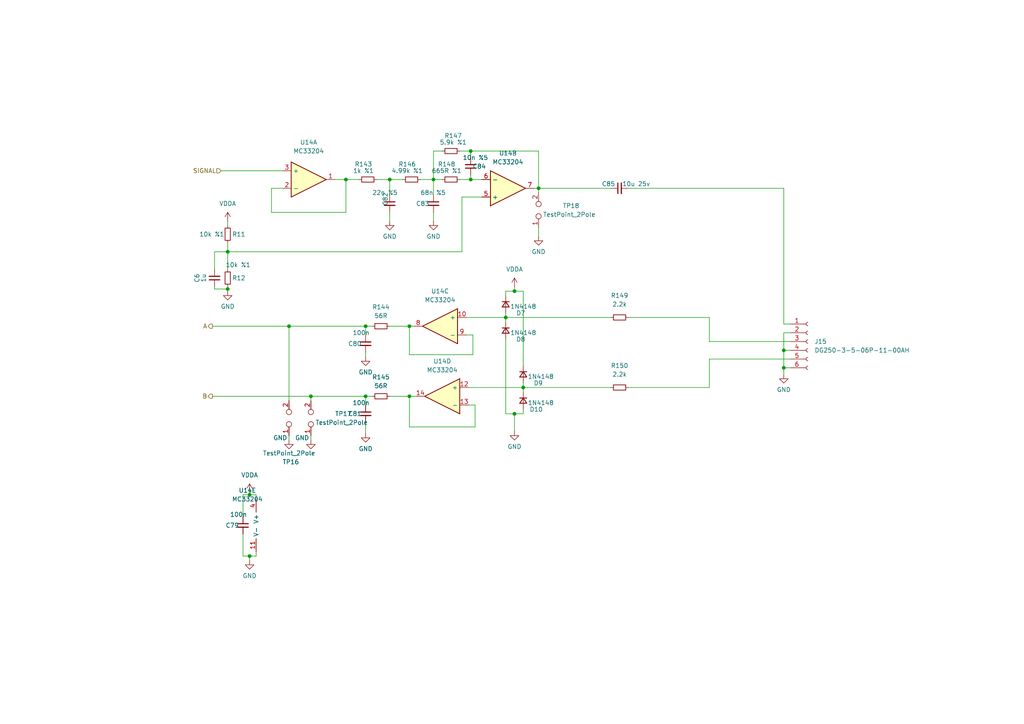
<source format=kicad_sch>
(kicad_sch (version 20211123) (generator eeschema)
  (paper "A4")
  (lib_symbols
    (symbol "Connector:Conn_01x06_Female" (pin_names (offset 1.016) hide)
      (property "Reference" "J" (at 0 7.62 0))
      (property "Value" "Conn_01x06_Female" (at 0 -10.16 0))
      (symbol "Conn_01x06_Female_1_1"
        (arc (start 0 -7.112) (mid -0.508 -7.62) (end 0 -8.128) (stroke (width 0.1524)))
        (arc (start 0 -4.572) (mid -0.508 -5.08) (end 0 -5.588) (stroke (width 0.1524)))
        (arc (start 0 -2.032) (mid -0.508 -2.54) (end 0 -3.048) (stroke (width 0.1524)))
        (polyline (pts (xy -1.27 -7.62) (xy -0.508 -7.62)) (stroke (width 0.1524)))
        (polyline (pts (xy -1.27 -5.08) (xy -0.508 -5.08)) (stroke (width 0.1524)))
        (polyline (pts (xy -1.27 -2.54) (xy -0.508 -2.54)) (stroke (width 0.1524)))
        (polyline (pts (xy -1.27 0) (xy -0.508 0)) (stroke (width 0.1524)))
        (polyline (pts (xy -1.27 2.54) (xy -0.508 2.54)) (stroke (width 0.1524)))
        (polyline (pts (xy -1.27 5.08) (xy -0.508 5.08)) (stroke (width 0.1524)))
        (arc (start 0 0.508) (mid -0.508 0) (end 0 -0.508) (stroke (width 0.1524)))
        (arc (start 0 3.048) (mid -0.508 2.54) (end 0 2.032) (stroke (width 0.1524)))
        (arc (start 0 5.588) (mid -0.508 5.08) (end 0 4.572) (stroke (width 0.1524)))
        (pin passive line (at -5.08 5.08 0) (length 3.81) (name "Pin_1") (number "1"))
        (pin passive line (at -5.08 2.54 0) (length 3.81) (name "Pin_2") (number "2"))
        (pin passive line (at -5.08 0 0) (length 3.81) (name "Pin_3") (number "3"))
        (pin passive line (at -5.08 -2.54 0) (length 3.81) (name "Pin_4") (number "4"))
        (pin passive line (at -5.08 -5.08 0) (length 3.81) (name "Pin_5") (number "5"))
        (pin passive line (at -5.08 -7.62 0) (length 3.81) (name "Pin_6") (number "6"))
      )
    )
    (symbol "Connector:TestPoint_2Pole" (pin_names (offset 0.762) hide)
      (property "Reference" "TP" (at 0 1.524 0))
      (property "Value" "TestPoint_2Pole" (at 0 -1.778 0))
      (symbol "TestPoint_2Pole_0_1"
        (circle (center -1.778 0) (radius 0.762))
        (circle (center 1.778 0) (radius 0.762))
        (pin passive line (at -5.08 0 0) (length 2.54) (name "1") (number "1"))
        (pin passive line (at 5.08 0 180) (length 2.54) (name "2") (number "2"))
      )
    )
    (symbol "Device:C_Small" (pin_numbers hide) (pin_names (offset 0.254) hide)
      (property "Reference" "C" (at 0.254 1.778 0))
      (property "Value" "C_Small" (at 0.254 -2.032 0))
      (symbol "C_Small_0_1"
        (polyline (pts (xy -1.524 -0.508) (xy 1.524 -0.508)) (stroke (width 0.3302)))
        (polyline (pts (xy -1.524 0.508) (xy 1.524 0.508)) (stroke (width 0.3048)))
      )
      (symbol "C_Small_1_1"
        (pin passive line (at 0 2.54 270) (length 2.032) (name "~") (number "1"))
        (pin passive line (at 0 -2.54 90) (length 2.032) (name "~") (number "2"))
      )
    )
    (symbol "Device:D_Small" (pin_numbers hide) (pin_names (offset 0.254) hide)
      (property "Reference" "D" (at -1.27 2.032 0))
      (property "Value" "D_Small" (at -3.81 -2.032 0))
      (symbol "D_Small_0_1"
        (polyline (pts (xy -0.762 -1.016) (xy -0.762 1.016)) (stroke (width 0.254)))
        (polyline (pts (xy -0.762 0) (xy 0.762 0)))
        (polyline (pts (xy 0.762 -1.016) (xy -0.762 0) (xy 0.762 1.016) (xy 0.762 -1.016)) (stroke (width 0.254)))
      )
      (symbol "D_Small_1_1"
        (pin passive line (at -2.54 0 0) (length 1.778) (name "K") (number "1"))
        (pin passive line (at 2.54 0 180) (length 1.778) (name "A") (number "2"))
      )
    )
    (symbol "Device:Opamp_Quad"
      (property "Reference" "U" (at 0 5.08 0))
      (property "Value" "Opamp_Quad" (at 0 -5.08 0))
      (symbol "Opamp_Quad_1_1"
        (polyline (pts (xy -5.08 5.08) (xy 5.08 0) (xy -5.08 -5.08) (xy -5.08 5.08)) (stroke (width 0.254)) (fill (type background)))
        (pin output line (at 7.62 0 180) (length 2.54) (name "~") (number "1"))
        (pin input line (at -7.62 -2.54 0) (length 2.54) (name "-") (number "2"))
        (pin input line (at -7.62 2.54 0) (length 2.54) (name "+") (number "3"))
      )
      (symbol "Opamp_Quad_2_1"
        (polyline (pts (xy -5.08 5.08) (xy 5.08 0) (xy -5.08 -5.08) (xy -5.08 5.08)) (stroke (width 0.254)) (fill (type background)))
        (pin input line (at -7.62 2.54 0) (length 2.54) (name "+") (number "5"))
        (pin input line (at -7.62 -2.54 0) (length 2.54) (name "-") (number "6"))
        (pin output line (at 7.62 0 180) (length 2.54) (name "~") (number "7"))
      )
      (symbol "Opamp_Quad_3_1"
        (polyline (pts (xy -5.08 5.08) (xy 5.08 0) (xy -5.08 -5.08) (xy -5.08 5.08)) (stroke (width 0.254)) (fill (type background)))
        (pin input line (at -7.62 2.54 0) (length 2.54) (name "+") (number "10"))
        (pin output line (at 7.62 0 180) (length 2.54) (name "~") (number "8"))
        (pin input line (at -7.62 -2.54 0) (length 2.54) (name "-") (number "9"))
      )
      (symbol "Opamp_Quad_4_1"
        (polyline (pts (xy -5.08 5.08) (xy 5.08 0) (xy -5.08 -5.08) (xy -5.08 5.08)) (stroke (width 0.254)) (fill (type background)))
        (pin input line (at -7.62 2.54 0) (length 2.54) (name "+") (number "12"))
        (pin input line (at -7.62 -2.54 0) (length 2.54) (name "-") (number "13"))
        (pin output line (at 7.62 0 180) (length 2.54) (name "~") (number "14"))
      )
      (symbol "Opamp_Quad_5_1"
        (pin power_in line (at -2.54 -7.62 90) (length 3.81) (name "V-") (number "11"))
        (pin power_in line (at -2.54 7.62 270) (length 3.81) (name "V+") (number "4"))
      )
    )
    (symbol "Device:R_Small" (pin_numbers hide) (pin_names (offset 0.254) hide)
      (property "Reference" "R" (at 0.762 0.508 0))
      (property "Value" "R_Small" (at 0.762 -1.016 0))
      (symbol "R_Small_0_1"
        (rectangle (start -0.762 1.778) (end 0.762 -1.778) (stroke (width 0.2032)))
      )
      (symbol "R_Small_1_1"
        (pin passive line (at 0 2.54 270) (length 0.762) (name "~") (number "1"))
        (pin passive line (at 0 -2.54 90) (length 0.762) (name "~") (number "2"))
      )
    )
    (symbol "power:GND" (power) (pin_names (offset 0))
      (property "Value" "GND" (at 0 -3.81 0))
      (symbol "GND_0_1"
        (polyline (pts (xy 0 0) (xy 0 -1.27) (xy 1.27 -1.27) (xy 0 -2.54) (xy -1.27 -1.27) (xy 0 -1.27)))
      )
      (symbol "GND_1_1"
        (pin power_in line (at 0 0 270) (length 0) hide (name "GND") (number "1"))
      )
    )
    (symbol "power:VDDA" (power) (pin_names (offset 0))
      (property "Value" "VDDA" (at 0 3.81 0))
      (symbol "VDDA_0_1"
        (polyline (pts (xy -0.762 1.27) (xy 0 2.54)))
        (polyline (pts (xy 0 0) (xy 0 2.54)))
        (polyline (pts (xy 0 2.54) (xy 0.762 1.27)))
      )
      (symbol "VDDA_1_1"
        (pin power_in line (at 0 0 90) (length 0) hide (name "VDDA") (number "1"))
      )
    )
  )
  (junction (at 149.225 120.015))
  (junction (at 83.82 94.615))
  (junction (at 66.04 83.82))
  (junction (at 136.525 52.07))
  (junction (at 113.03 52.07))
  (junction (at 136.525 43.815))
  (junction (at 106.045 114.935))
  (junction (at 90.17 114.935))
  (junction (at 66.04 73.025))
  (junction (at 151.765 112.395))
  (junction (at 227.33 101.6))
  (junction (at 156.21 54.61))
  (junction (at 146.685 92.075))
  (junction (at 72.39 161.29))
  (junction (at 125.73 52.07))
  (junction (at 100.33 52.07))
  (junction (at 118.745 94.615))
  (junction (at 106.045 94.615))
  (junction (at 149.225 84.455))
  (junction (at 227.33 106.68))
  (junction (at 118.745 114.935))
  (junction (at 72.39 143.51))
  (wire (pts (xy 66.04 73.025) (xy 66.04 78.105)))
  (wire (pts (xy 72.39 142.875) (xy 72.39 143.51)))
  (wire (pts (xy 70.485 161.29) (xy 72.39 161.29)))
  (wire (pts (xy 62.23 78.105) (xy 62.23 73.025)))
  (wire (pts (xy 156.21 54.61) (xy 154.94 54.61)))
  (wire (pts (xy 118.745 102.87) (xy 137.16 102.87)))
  (wire (pts (xy 151.765 111.125) (xy 151.765 112.395)))
  (wire (pts (xy 113.03 94.615) (xy 118.745 94.615)))
  (wire (pts (xy 106.045 122.555) (xy 106.045 125.73)))
  (wire (pts (xy 66.04 83.185) (xy 66.04 83.82)))
  (wire (pts (xy 149.225 84.455) (xy 146.685 84.455)))
  (wire (pts (xy 137.795 117.475) (xy 135.89 117.475)))
  (wire (pts (xy 72.39 161.29) (xy 74.295 161.29)))
  (wire (pts (xy 100.33 52.07) (xy 104.14 52.07)))
  (wire (pts (xy 182.245 54.61) (xy 227.33 54.61)))
  (wire (pts (xy 66.04 83.82) (xy 66.04 84.455)))
  (wire (pts (xy 128.27 43.815) (xy 125.73 43.815)))
  (wire (pts (xy 146.685 84.455) (xy 146.685 85.725)))
  (wire (pts (xy 125.73 43.815) (xy 125.73 52.07)))
  (wire (pts (xy 66.04 65.405) (xy 66.04 64.135)))
  (wire (pts (xy 72.39 161.29) (xy 72.39 162.56)))
  (wire (pts (xy 90.17 126.365) (xy 90.17 127.635)))
  (wire (pts (xy 113.03 114.935) (xy 118.745 114.935)))
  (wire (pts (xy 118.745 123.825) (xy 137.795 123.825)))
  (wire (pts (xy 136.525 50.8) (xy 136.525 52.07)))
  (wire (pts (xy 146.685 98.425) (xy 146.685 120.015)))
  (wire (pts (xy 118.745 94.615) (xy 118.745 102.87)))
  (wire (pts (xy 137.16 102.87) (xy 137.16 97.155)))
  (wire (pts (xy 227.33 93.98) (xy 229.235 93.98)))
  (wire (pts (xy 106.045 94.615) (xy 83.82 94.615)))
  (wire (pts (xy 137.795 123.825) (xy 137.795 117.475)))
  (wire (pts (xy 136.525 43.815) (xy 156.21 43.815)))
  (wire (pts (xy 97.155 52.07) (xy 100.33 52.07)))
  (wire (pts (xy 136.525 43.815) (xy 136.525 45.72)))
  (wire (pts (xy 62.23 83.82) (xy 66.04 83.82)))
  (wire (pts (xy 78.74 61.595) (xy 100.33 61.595)))
  (wire (pts (xy 74.295 161.29) (xy 74.295 160.02)))
  (wire (pts (xy 227.33 101.6) (xy 227.33 106.68)))
  (wire (pts (xy 146.685 92.075) (xy 177.165 92.075)))
  (wire (pts (xy 83.82 94.615) (xy 83.82 116.205)))
  (wire (pts (xy 107.95 94.615) (xy 106.045 94.615)))
  (wire (pts (xy 74.295 143.51) (xy 74.295 144.78)))
  (wire (pts (xy 66.04 70.485) (xy 66.04 73.025)))
  (wire (pts (xy 125.73 61.595) (xy 125.73 64.135)))
  (wire (pts (xy 81.915 54.61) (xy 78.74 54.61)))
  (wire (pts (xy 182.245 92.075) (xy 205.74 92.075)))
  (wire (pts (xy 227.33 54.61) (xy 227.33 93.98)))
  (wire (pts (xy 109.22 52.07) (xy 113.03 52.07)))
  (wire (pts (xy 135.89 112.395) (xy 151.765 112.395)))
  (wire (pts (xy 205.74 92.075) (xy 205.74 99.06)))
  (wire (pts (xy 107.95 114.935) (xy 106.045 114.935)))
  (wire (pts (xy 205.74 99.06) (xy 229.235 99.06)))
  (wire (pts (xy 227.33 106.68) (xy 229.235 106.68)))
  (wire (pts (xy 135.255 92.075) (xy 146.685 92.075)))
  (wire (pts (xy 61.595 114.935) (xy 90.17 114.935)))
  (wire (pts (xy 83.82 94.615) (xy 61.595 94.615)))
  (wire (pts (xy 133.985 57.15) (xy 139.7 57.15)))
  (wire (pts (xy 90.17 114.935) (xy 90.17 116.205)))
  (wire (pts (xy 229.235 96.52) (xy 227.33 96.52)))
  (wire (pts (xy 78.74 54.61) (xy 78.74 61.595)))
  (wire (pts (xy 62.23 73.025) (xy 66.04 73.025)))
  (wire (pts (xy 106.045 114.935) (xy 106.045 117.475)))
  (wire (pts (xy 182.245 112.395) (xy 205.74 112.395)))
  (wire (pts (xy 118.745 114.935) (xy 118.745 123.825)))
  (wire (pts (xy 113.03 52.07) (xy 116.84 52.07)))
  (wire (pts (xy 149.225 120.015) (xy 151.765 120.015)))
  (wire (pts (xy 156.21 54.61) (xy 156.21 55.88)))
  (wire (pts (xy 151.765 84.455) (xy 149.225 84.455)))
  (wire (pts (xy 113.03 52.07) (xy 113.03 56.515)))
  (wire (pts (xy 121.92 52.07) (xy 125.73 52.07)))
  (wire (pts (xy 64.135 49.53) (xy 81.915 49.53)))
  (wire (pts (xy 133.35 52.07) (xy 136.525 52.07)))
  (wire (pts (xy 118.745 114.935) (xy 120.65 114.935)))
  (wire (pts (xy 125.73 52.07) (xy 125.73 56.515)))
  (wire (pts (xy 205.74 104.14) (xy 229.235 104.14)))
  (wire (pts (xy 70.485 149.86) (xy 70.485 143.51)))
  (wire (pts (xy 133.985 73.025) (xy 133.985 57.15)))
  (wire (pts (xy 156.21 66.04) (xy 156.21 68.58)))
  (wire (pts (xy 149.225 120.015) (xy 149.225 125.095)))
  (wire (pts (xy 100.33 52.07) (xy 100.33 61.595)))
  (wire (pts (xy 62.23 83.185) (xy 62.23 83.82)))
  (wire (pts (xy 113.03 61.595) (xy 113.03 64.135)))
  (wire (pts (xy 146.685 92.075) (xy 146.685 93.345)))
  (wire (pts (xy 133.35 43.815) (xy 136.525 43.815)))
  (wire (pts (xy 146.685 120.015) (xy 149.225 120.015)))
  (wire (pts (xy 83.82 126.365) (xy 83.82 127.635)))
  (wire (pts (xy 156.21 43.815) (xy 156.21 54.61)))
  (wire (pts (xy 156.21 54.61) (xy 177.165 54.61)))
  (wire (pts (xy 125.73 52.07) (xy 128.27 52.07)))
  (wire (pts (xy 72.39 143.51) (xy 74.295 143.51)))
  (wire (pts (xy 205.74 112.395) (xy 205.74 104.14)))
  (wire (pts (xy 151.765 106.045) (xy 151.765 84.455)))
  (wire (pts (xy 106.045 102.235) (xy 106.045 103.505)))
  (wire (pts (xy 118.745 94.615) (xy 120.015 94.615)))
  (wire (pts (xy 136.525 52.07) (xy 139.7 52.07)))
  (wire (pts (xy 151.765 112.395) (xy 151.765 113.665)))
  (wire (pts (xy 90.17 114.935) (xy 106.045 114.935)))
  (wire (pts (xy 70.485 154.94) (xy 70.485 161.29)))
  (wire (pts (xy 227.33 101.6) (xy 229.235 101.6)))
  (wire (pts (xy 149.225 83.185) (xy 149.225 84.455)))
  (wire (pts (xy 227.33 96.52) (xy 227.33 101.6)))
  (wire (pts (xy 106.045 94.615) (xy 106.045 97.155)))
  (wire (pts (xy 227.33 106.68) (xy 227.33 108.585)))
  (wire (pts (xy 70.485 143.51) (xy 72.39 143.51)))
  (wire (pts (xy 146.685 90.805) (xy 146.685 92.075)))
  (wire (pts (xy 137.16 97.155) (xy 135.255 97.155)))
  (wire (pts (xy 66.04 73.025) (xy 133.985 73.025)))
  (wire (pts (xy 151.765 120.015) (xy 151.765 118.745)))
  (wire (pts (xy 151.765 112.395) (xy 177.165 112.395)))
  (hierarchical_label "A" (shape output) (at 61.595 94.615 180))
  (hierarchical_label "B" (shape output) (at 61.595 114.935 180))
  (hierarchical_label "SIGNAL" (shape input) (at 64.135 49.53 180))
  (symbol (lib_id "power:GND") (at 72.39 162.56 0) (unit 1)
    (property "Reference" "#PWR0132" (effects hide))
    (property "Value" "GND" (at 72.39 167.005 0))
  )
  (symbol (lib_id "power:GND") (at 125.73 64.135 0) (unit 1)
    (property "Reference" "#PWR0138" (effects hide))
    (property "Value" "GND" (at 125.73 68.58 0))
  )
  (symbol (lib_id "Device:D_Small") (at 146.685 88.265 270) (unit 1)
    (property "Reference" "D7" (at 152.4 90.805 90) (effects (justify right)))
    (property "Value" "1N4148" (at 155.575 88.9 90) (effects (justify right)))
    (property "Footprint" "Diode_SMD:D_SOD-123" (effects hide))
    (property "Link" "https://ozdisan.com/power-semiconductors/diodes-diode-modules-and-rectifiers/general-purpose-diodes/1N4148W-HT" (effects hide))
    (property "Price" "0.01562" (effects hide))
  )
  (symbol (lib_id "power:VDDA") (at 72.39 142.875 0) (unit 1)
    (property "Reference" "#PWR0131" (effects hide))
    (property "Value" "VDDA" (at 72.39 137.795 0))
  )
  (symbol (lib_id "power:VDDA") (at 149.225 83.185 0) (unit 1)
    (property "Reference" "#PWR0139" (effects hide))
    (property "Value" "VDDA" (at 149.225 78.105 0))
  )
  (symbol (lib_id "Device:R_Small") (at 106.68 52.07 90) (unit 1)
    (property "Reference" "R143" (at 105.41 47.625 90))
    (property "Value" "1k %1" (at 105.41 49.53 90))
    (property "Footprint" "Resistor_SMD:R_0603_1608Metric_Pad0.98x0.95mm_HandSolder" (effects hide))
    (property "Link" "https://ozdisan.com/passive-components/resistors/smt-smd-and-chip-resistors/0603SAF1001T5E" (effects hide))
    (property "Price" "0.00221" (effects hide))
  )
  (symbol (lib_id "Connector:TestPoint_2Pole") (at 90.17 121.285 90) (unit 1)
    (property "Reference" "TP17" (at 97.155 120.015 90) (effects (justify right)))
    (property "Value" "TestPoint_2Pole" (at 91.44 122.555 90) (effects (justify right)))
    (property "Footprint" "Connector_PinHeader_2.54mm:PinHeader_1x02_P2.54mm_Vertical" (effects hide))
    (property "Link" "https://ozdisan.com/connectors-and-interconnects/headers/pin-headers/L-KLS1-207-1-02-S" (effects hide))
    (property "Price" "0.1293" (effects hide))
  )
  (symbol (lib_id "power:GND") (at 227.33 108.585 0) (unit 1)
    (property "Reference" "#PWR0142" (effects hide))
    (property "Value" "GND" (at 227.33 113.03 0))
  )
  (symbol (lib_id "Device:Opamp_Quad") (at 147.32 54.61 0) (mirror x) (unit 2)
    (property "Reference" "U14" (at 147.32 44.45 0))
    (property "Value" "MC33204" (at 147.32 46.99 0))
    (property "Footprint" "Package_SO:SOIC-14_3.9x8.7mm_P1.27mm" (effects hide))
    (property "Link" "https://ozdisan.com/integrated-circuits-ics/linear-ics/amplifiers/MC33204DR2G" (effects hide))
    (property "Price" "1.34167" (effects hide))
  )
  (symbol (lib_id "Device:C_Small") (at 136.525 48.26 180) (unit 1)
    (property "Reference" "C84" (at 140.97 48.26 0) (effects (justify left)))
    (property "Value" "10n %5" (at 141.605 45.72 0) (effects (justify left)))
    (property "Footprint" "Capacitor_SMD:C_0603_1608Metric_Pad1.08x0.95mm_HandSolder" (effects hide))
    (property "Link" "https://ozdisan.com/passive-components/capacitors/smt-smd-and-mlcc-capacitors/GRM1885C1H103JA01D" (effects hide))
    (property "Price" "0.04050" (effects hide))
  )
  (symbol (lib_id "Device:Opamp_Quad") (at 127.635 94.615 0) (mirror y) (unit 3)
    (property "Reference" "U14" (at 127.635 84.455 0))
    (property "Value" "MC33204" (at 127.635 86.995 0))
    (property "Footprint" "Package_SO:SOIC-14_3.9x8.7mm_P1.27mm" (effects hide))
    (property "Link" "https://ozdisan.com/integrated-circuits-ics/linear-ics/amplifiers/MC33204DR2G" (effects hide))
    (property "Price" "1.34167" (effects hide))
  )
  (symbol (lib_id "power:GND") (at 113.03 64.135 0) (unit 1)
    (property "Reference" "#PWR0137" (effects hide))
    (property "Value" "GND" (at 113.03 68.58 0))
  )
  (symbol (lib_id "Connector:TestPoint_2Pole") (at 156.21 60.96 90) (unit 1)
    (property "Reference" "TP18" (at 163.195 59.69 90) (effects (justify right)))
    (property "Value" "TestPoint_2Pole" (at 157.48 62.23 90) (effects (justify right)))
    (property "Footprint" "Connector_PinHeader_2.54mm:PinHeader_1x02_P2.54mm_Vertical" (effects hide))
    (property "Link" "https://ozdisan.com/connectors-and-interconnects/headers/pin-headers/L-KLS1-207-1-02-S" (effects hide))
    (property "Price" "0.1293" (effects hide))
  )
  (symbol (lib_id "Connector:Conn_01x06_Female") (at 234.315 99.06 0) (unit 1)
    (property "Reference" "J15" (at 236.22 99.0599 0) (effects (justify left)))
    (property "Value" "DG250-3-5-06P-11-00AH" (at 236.22 101.5999 0) (effects (justify left)))
    (property "Footprint" "conn:DG250-3-5-06P-11-00AH" (effects hide))
    (property "Link" "https://ozdisan.com/connectors-and-interconnects/terminal-blocks/pcb-terminal-blocks/DG250-3-5-06P-11-00AH" (effects hide))
    (property "Price" "0.28808" (effects hide))
  )
  (symbol (lib_id "Device:C_Small") (at 179.705 54.61 90) (unit 1)
    (property "Reference" "C85" (at 178.435 53.34 90) (effects (justify left)))
    (property "Value" "10u 25v" (at 188.595 53.34 90) (effects (justify left)))
    (property "Footprint" "Capacitor_SMD:C_0805_2012Metric_Pad1.18x1.45mm_HandSolder" (effects hide))
    (property "Link" "https://ozdisan.com/passive-components/capacitors/smt-smd-and-mlcc-capacitors/CL21A106KAYNNNE" (effects hide))
    (property "Price" "0.04807" (effects hide))
  )
  (symbol (lib_id "Device:C_Small") (at 106.045 99.695 0) (unit 1)
    (property "Reference" "C80" (at 100.965 99.695 0) (effects (justify left)))
    (property "Value" "100n" (at 102.235 96.52 0) (effects (justify left)))
    (property "Footprint" "Capacitor_SMD:C_0603_1608Metric_Pad1.08x0.95mm_HandSolder" (effects hide))
    (property "Link" "https://ozdisan.com/passive-components/capacitors/smt-smd-and-mlcc-capacitors/CL10B104KB8NNNC" (effects hide))
    (property "Price" "0.00448" (effects hide))
  )
  (symbol (lib_id "power:GND") (at 106.045 103.505 0) (unit 1)
    (property "Reference" "#PWR0135" (effects hide))
    (property "Value" "GND" (at 106.045 107.95 0))
  )
  (symbol (lib_id "Device:R_Small") (at 66.04 67.945 0) (unit 1)
    (property "Reference" "R11" (at 67.31 67.945 0) (effects (justify left)))
    (property "Value" "10k %1" (at 57.785 67.945 0) (effects (justify left)))
    (property "Footprint" "Resistor_SMD:R_0603_1608Metric_Pad0.98x0.95mm_HandSolder" (effects hide))
    (property "Link" "https://ozdisan.com/passive-components/resistors/smt-smd-and-chip-resistors/0603SAF1002T5E" (effects hide))
    (property "Price" "0.00221" (effects hide))
  )
  (symbol (lib_id "Connector:TestPoint_2Pole") (at 83.82 121.285 90) (unit 1)
    (property "Reference" "TP16" (at 81.915 133.985 90) (effects (justify right)))
    (property "Value" "TestPoint_2Pole" (at 76.2 131.445 90) (effects (justify right)))
    (property "Footprint" "Connector_PinHeader_2.54mm:PinHeader_1x02_P2.54mm_Vertical" (effects hide))
    (property "Link" "https://ozdisan.com/connectors-and-interconnects/headers/pin-headers/L-KLS1-207-1-02-S" (effects hide))
    (property "Price" "0.1293" (effects hide))
  )
  (symbol (lib_id "Device:R_Small") (at 130.81 52.07 90) (unit 1)
    (property "Reference" "R148" (at 129.54 47.625 90))
    (property "Value" "665R %1" (at 129.54 49.53 90))
    (property "Footprint" "Resistor_SMD:R_0603_1608Metric_Pad0.98x0.95mm_HandSolder" (effects hide))
    (property "Link" "https://ozdisan.com/passive-components/resistors/smt-smd-and-chip-resistors/0603SAF6650T5E" (effects hide))
    (property "Price" "0.00221" (effects hide))
  )
  (symbol (lib_id "Device:R_Small") (at 179.705 92.075 90) (unit 1)
    (property "Reference" "R149" (at 179.705 85.725 90))
    (property "Value" "2.2k" (at 179.705 88.265 90))
    (property "Footprint" "Resistor_SMD:R_0603_1608Metric_Pad0.98x0.95mm_HandSolder" (effects hide))
    (property "Link" "https://ozdisan.com/passive-components/resistors/smt-smd-and-chip-resistors/0603SAF2201T5E" (effects hide))
    (property "Price" "0.00221" (effects hide))
  )
  (symbol (lib_id "Device:C_Small") (at 106.045 120.015 0) (unit 1)
    (property "Reference" "C81" (at 100.965 120.015 0) (effects (justify left)))
    (property "Value" "100n" (at 102.235 116.84 0) (effects (justify left)))
    (property "Footprint" "Capacitor_SMD:C_0603_1608Metric_Pad1.08x0.95mm_HandSolder" (effects hide))
    (property "Link" "https://ozdisan.com/passive-components/capacitors/smt-smd-and-mlcc-capacitors/CL10B104KB8NNNC" (effects hide))
    (property "Price" "0.00448" (effects hide))
  )
  (symbol (lib_id "power:GND") (at 156.21 68.58 0) (unit 1)
    (property "Reference" "#PWR0141" (effects hide))
    (property "Value" "GND" (at 156.21 73.025 0))
  )
  (symbol (lib_id "Device:Opamp_Quad") (at 89.535 52.07 0) (unit 1)
    (property "Reference" "U14" (at 89.535 41.275 0))
    (property "Value" "MC33204" (at 89.535 43.815 0))
    (property "Footprint" "Package_SO:SOIC-14_3.9x8.7mm_P1.27mm" (effects hide))
    (property "Link" "https://ozdisan.com/integrated-circuits-ics/linear-ics/amplifiers/MC33204DR2G" (effects hide))
    (property "Price" "1.34167" (effects hide))
  )
  (symbol (lib_id "Device:R_Small") (at 179.705 112.395 90) (unit 1)
    (property "Reference" "R150" (at 179.705 106.045 90))
    (property "Value" "2.2k" (at 179.705 108.585 90))
    (property "Footprint" "Resistor_SMD:R_0603_1608Metric_Pad0.98x0.95mm_HandSolder" (effects hide))
    (property "Link" "https://ozdisan.com/passive-components/resistors/smt-smd-and-chip-resistors/0603SAF2201T5E" (effects hide))
    (property "Price" "0.00221" (effects hide))
  )
  (symbol (lib_id "power:GND") (at 106.045 125.73 0) (unit 1)
    (property "Reference" "#PWR0136" (effects hide))
    (property "Value" "GND" (at 106.045 130.175 0))
  )
  (symbol (lib_id "Device:D_Small") (at 151.765 108.585 270) (unit 1)
    (property "Reference" "D9" (at 157.48 111.125 90) (effects (justify right)))
    (property "Value" "1N4148" (at 160.655 109.22 90) (effects (justify right)))
    (property "Footprint" "Diode_SMD:D_SOD-123" (effects hide))
    (property "Link" "https://ozdisan.com/power-semiconductors/diodes-diode-modules-and-rectifiers/general-purpose-diodes/1N4148W-HT" (effects hide))
    (property "Price" "0.01562" (effects hide))
  )
  (symbol (lib_id "Device:R_Small") (at 110.49 94.615 270) (unit 1)
    (property "Reference" "R144" (at 110.49 89.0601 90))
    (property "Value" "56R" (at 110.49 91.6001 90))
    (property "Footprint" "Resistor_SMD:R_0603_1608Metric_Pad0.98x0.95mm_HandSolder" (effects hide))
    (property "Link" "https://ozdisan.com/passive-components/resistors/smt-smd-and-chip-resistors/0603SAF560JT5E" (effects hide))
    (property "Price" "0.00221" (effects hide))
  )
  (symbol (lib_id "Device:D_Small") (at 151.765 116.205 270) (unit 1)
    (property "Reference" "D10" (at 157.48 118.745 90) (effects (justify right)))
    (property "Value" "1N4148" (at 160.655 116.84 90) (effects (justify right)))
    (property "Footprint" "Diode_SMD:D_SOD-123" (effects hide))
    (property "Link" "https://ozdisan.com/power-semiconductors/diodes-diode-modules-and-rectifiers/general-purpose-diodes/1N4148W-HT" (effects hide))
    (property "Price" "0.01562" (effects hide))
  )
  (symbol (lib_id "Device:R_Small") (at 66.04 80.645 0) (unit 1)
    (property "Reference" "R12" (at 67.31 80.645 0) (effects (justify left)))
    (property "Value" "10k %1" (at 65.405 76.835 0) (effects (justify left)))
    (property "Footprint" "Resistor_SMD:R_0603_1608Metric_Pad0.98x0.95mm_HandSolder" (effects hide))
    (property "Link" "https://ozdisan.com/passive-components/resistors/smt-smd-and-chip-resistors/0603SAF1002T5E" (effects hide))
    (property "Price" "0.00221" (effects hide))
  )
  (symbol (lib_id "power:GND") (at 83.82 127.635 0) (unit 1)
    (property "Reference" "#PWR0133" (effects hide))
    (property "Value" "GND" (at 81.28 127 0))
  )
  (symbol (lib_id "Device:Opamp_Quad") (at 128.27 114.935 0) (mirror y) (unit 4)
    (property "Reference" "U14" (at 128.27 104.775 0))
    (property "Value" "MC33204" (at 128.27 107.315 0))
    (property "Footprint" "Package_SO:SOIC-14_3.9x8.7mm_P1.27mm" (effects hide))
    (property "Link" "https://ozdisan.com/integrated-circuits-ics/linear-ics/amplifiers/MC33204DR2G" (effects hide))
    (property "Price" "1.34167" (effects hide))
  )
  (symbol (lib_id "power:GND") (at 149.225 125.095 0) (unit 1)
    (property "Reference" "#PWR0140" (effects hide))
    (property "Value" "GND" (at 149.225 129.54 0))
  )
  (symbol (lib_id "Device:R_Small") (at 130.81 43.815 90) (unit 1)
    (property "Reference" "R147" (at 131.445 39.37 90))
    (property "Value" "5.9k %1" (at 131.445 41.275 90))
    (property "Footprint" "Resistor_SMD:R_0805_2012Metric_Pad1.20x1.40mm_HandSolder" (effects hide))
    (property "Link" "https://ozdisan.com/passive-components/resistors/smt-smd-and-chip-resistors/0805S8F5901T5E" (effects hide))
    (property "Price" "0.00377" (effects hide))
  )
  (symbol (lib_id "Device:Opamp_Quad") (at 71.755 152.4 0) (mirror y) (unit 5)
    (property "Reference" "U14" (at 71.755 142.24 0))
    (property "Value" "MC33204" (at 71.755 144.78 0))
    (property "Footprint" "Package_SO:SOIC-14_3.9x8.7mm_P1.27mm" (effects hide))
    (property "Link" "https://ozdisan.com/integrated-circuits-ics/linear-ics/amplifiers/MC33204DR2G" (effects hide))
    (property "Price" "1.34167" (effects hide))
  )
  (symbol (lib_id "Device:C_Small") (at 70.485 152.4 0) (unit 1)
    (property "Reference" "C79" (at 65.405 152.4 0) (effects (justify left)))
    (property "Value" "100n" (at 66.675 149.225 0) (effects (justify left)))
    (property "Footprint" "Capacitor_SMD:C_0603_1608Metric_Pad1.08x0.95mm_HandSolder" (effects hide))
    (property "Link" "https://ozdisan.com/passive-components/capacitors/smt-smd-and-mlcc-capacitors/CL10B104KB8NNNC" (effects hide))
    (property "Price" "0.00448" (effects hide))
  )
  (symbol (lib_id "Device:C_Small") (at 113.03 59.055 0) (unit 1)
    (property "Reference" "C82" (at 111.76 59.69 90) (effects (justify left)))
    (property "Value" "22n %5" (at 107.95 55.88 0) (effects (justify left)))
    (property "Footprint" "Capacitor_SMD:C_0603_1608Metric_Pad1.08x0.95mm_HandSolder" (effects hide))
    (property "Link" "https://ozdisan.com/passive-components/capacitors/smt-smd-and-mlcc-capacitors/06035C223JAT2A" (effects hide))
    (property "Price" "0.03087" (effects hide))
  )
  (symbol (lib_id "Device:C_Small") (at 125.73 59.055 0) (unit 1)
    (property "Reference" "C83" (at 120.65 59.055 0) (effects (justify left)))
    (property "Value" "68n %5" (at 121.92 55.88 0) (effects (justify left)))
    (property "Footprint" "Capacitor_SMD:C_0603_1608Metric_Pad1.08x0.95mm_HandSolder" (effects hide))
    (property "Link" "https://ozdisan.com/passive-components/capacitors/smt-smd-and-mlcc-capacitors/CL10B683KB8NNNC" (effects hide))
    (property "Price" "0.00772" (effects hide))
  )
  (symbol (lib_id "Device:C_Small") (at 62.23 80.645 180) (unit 1)
    (property "Reference" "C6" (at 57.15 80.645 90))
    (property "Value" "1u" (at 59.055 80.645 90))
    (property "Footprint" "Capacitor_SMD:C_0603_1608Metric_Pad1.08x0.95mm_HandSolder" (effects hide))
    (property "Link" "https://ozdisan.com/passive-components/capacitors/smt-smd-and-mlcc-capacitors/CL10B105KA8NNNC" (effects hide))
    (property "Price" "0.00926" (effects hide))
  )
  (symbol (lib_id "Device:R_Small") (at 119.38 52.07 90) (unit 1)
    (property "Reference" "R146" (at 118.11 47.625 90))
    (property "Value" "4.99k %1" (at 118.11 49.53 90))
    (property "Footprint" "Resistor_SMD:R_0603_1608Metric_Pad0.98x0.95mm_HandSolder" (effects hide))
    (property "Link" "https://ozdisan.com/passive-components/resistors/smt-smd-and-chip-resistors/0603SAF4991T5E" (effects hide))
    (property "Price" "0.002221" (effects hide))
  )
  (symbol (lib_id "power:GND") (at 66.04 84.455 0) (unit 1)
    (property "Reference" "#PWR0190" (effects hide))
    (property "Value" "GND" (at 66.04 88.9 0))
  )
  (symbol (lib_id "Device:R_Small") (at 110.49 114.935 270) (unit 1)
    (property "Reference" "R145" (at 110.49 109.3801 90))
    (property "Value" "56R" (at 110.49 111.9201 90))
    (property "Footprint" "Resistor_SMD:R_0603_1608Metric_Pad0.98x0.95mm_HandSolder" (effects hide))
    (property "Link" "https://ozdisan.com/passive-components/resistors/smt-smd-and-chip-resistors/0603SAF560JT5E" (effects hide))
    (property "Price" "0.00221" (effects hide))
  )
  (symbol (lib_id "Device:D_Small") (at 146.685 95.885 270) (unit 1)
    (property "Reference" "D8" (at 152.4 98.425 90) (effects (justify right)))
    (property "Value" "1N4148" (at 155.575 96.52 90) (effects (justify right)))
    (property "Footprint" "Diode_SMD:D_SOD-123" (effects hide))
    (property "Link" "https://ozdisan.com/power-semiconductors/diodes-diode-modules-and-rectifiers/general-purpose-diodes/1N4148W-HT" (effects hide))
    (property "Price" "0.01562" (effects hide))
  )
  (symbol (lib_id "power:GND") (at 90.17 127.635 0) (unit 1)
    (property "Reference" "#PWR0134" (effects hide))
    (property "Value" "GND" (at 87.63 127 0))
  )
  (symbol (lib_id "power:VDDA") (at 66.04 64.135 0) (unit 1)
    (property "Reference" "#PWR0189" (effects hide))
    (property "Value" "VDDA" (at 66.04 59.055 0))
  )
)
</source>
